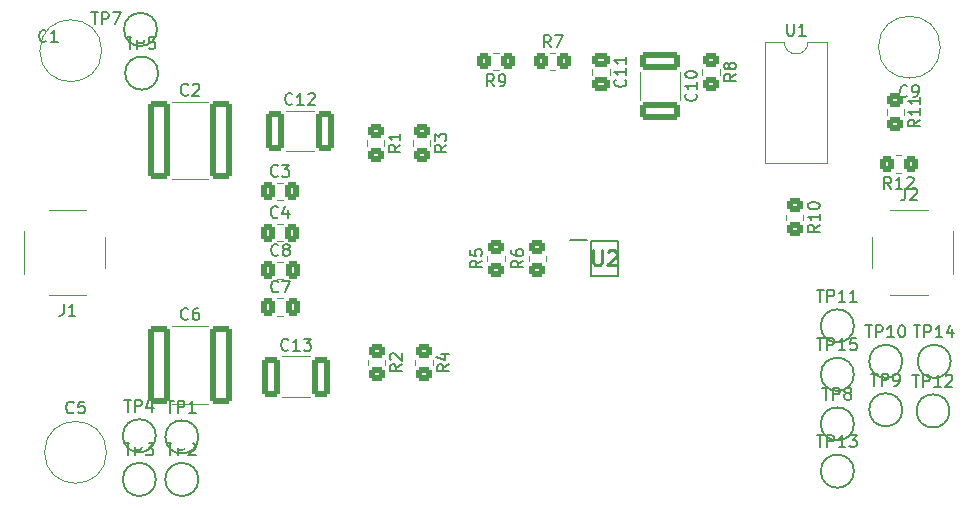
<source format=gto>
%TF.GenerationSoftware,KiCad,Pcbnew,6.0.4-6f826c9f35~116~ubuntu20.04.1*%
%TF.CreationDate,2024-01-06T18:53:29+01:00*%
%TF.ProjectId,instrument_lowpass,696e7374-7275-46d6-956e-745f6c6f7770,rev?*%
%TF.SameCoordinates,Original*%
%TF.FileFunction,Legend,Top*%
%TF.FilePolarity,Positive*%
%FSLAX46Y46*%
G04 Gerber Fmt 4.6, Leading zero omitted, Abs format (unit mm)*
G04 Created by KiCad (PCBNEW 6.0.4-6f826c9f35~116~ubuntu20.04.1) date 2024-01-06 18:53:29*
%MOMM*%
%LPD*%
G01*
G04 APERTURE LIST*
G04 Aperture macros list*
%AMRoundRect*
0 Rectangle with rounded corners*
0 $1 Rounding radius*
0 $2 $3 $4 $5 $6 $7 $8 $9 X,Y pos of 4 corners*
0 Add a 4 corners polygon primitive as box body*
4,1,4,$2,$3,$4,$5,$6,$7,$8,$9,$2,$3,0*
0 Add four circle primitives for the rounded corners*
1,1,$1+$1,$2,$3*
1,1,$1+$1,$4,$5*
1,1,$1+$1,$6,$7*
1,1,$1+$1,$8,$9*
0 Add four rect primitives between the rounded corners*
20,1,$1+$1,$2,$3,$4,$5,0*
20,1,$1+$1,$4,$5,$6,$7,0*
20,1,$1+$1,$6,$7,$8,$9,0*
20,1,$1+$1,$8,$9,$2,$3,0*%
G04 Aperture macros list end*
%ADD10C,0.150000*%
%ADD11C,0.254000*%
%ADD12C,0.120000*%
%ADD13C,0.200000*%
%ADD14RoundRect,0.250000X-0.650000X-3.050000X0.650000X-3.050000X0.650000X3.050000X-0.650000X3.050000X0*%
%ADD15RoundRect,0.250000X0.450000X-0.350000X0.450000X0.350000X-0.450000X0.350000X-0.450000X-0.350000X0*%
%ADD16C,2.000000*%
%ADD17R,1.600000X1.600000*%
%ADD18O,1.600000X1.600000*%
%ADD19RoundRect,0.250000X-0.337500X-0.475000X0.337500X-0.475000X0.337500X0.475000X-0.337500X0.475000X0*%
%ADD20RoundRect,0.250000X-0.450000X0.350000X-0.450000X-0.350000X0.450000X-0.350000X0.450000X0.350000X0*%
%ADD21RoundRect,0.250000X-0.537500X-1.450000X0.537500X-1.450000X0.537500X1.450000X-0.537500X1.450000X0*%
%ADD22RoundRect,0.250000X-1.450000X0.537500X-1.450000X-0.537500X1.450000X-0.537500X1.450000X0.537500X0*%
%ADD23RoundRect,0.250000X0.350000X0.450000X-0.350000X0.450000X-0.350000X-0.450000X0.350000X-0.450000X0*%
%ADD24C,1.200000*%
%ADD25C,2.250000*%
%ADD26R,1.400000X0.450000*%
%ADD27RoundRect,0.250000X-0.475000X0.337500X-0.475000X-0.337500X0.475000X-0.337500X0.475000X0.337500X0*%
%ADD28RoundRect,0.250000X-0.350000X-0.450000X0.350000X-0.450000X0.350000X0.450000X-0.350000X0.450000X0*%
G04 APERTURE END LIST*
D10*
%TO.C,C6*%
X114533333Y-78107142D02*
X114485714Y-78154761D01*
X114342857Y-78202380D01*
X114247619Y-78202380D01*
X114104761Y-78154761D01*
X114009523Y-78059523D01*
X113961904Y-77964285D01*
X113914285Y-77773809D01*
X113914285Y-77630952D01*
X113961904Y-77440476D01*
X114009523Y-77345238D01*
X114104761Y-77250000D01*
X114247619Y-77202380D01*
X114342857Y-77202380D01*
X114485714Y-77250000D01*
X114533333Y-77297619D01*
X115390476Y-77202380D02*
X115200000Y-77202380D01*
X115104761Y-77250000D01*
X115057142Y-77297619D01*
X114961904Y-77440476D01*
X114914285Y-77630952D01*
X114914285Y-78011904D01*
X114961904Y-78107142D01*
X115009523Y-78154761D01*
X115104761Y-78202380D01*
X115295238Y-78202380D01*
X115390476Y-78154761D01*
X115438095Y-78107142D01*
X115485714Y-78011904D01*
X115485714Y-77773809D01*
X115438095Y-77678571D01*
X115390476Y-77630952D01*
X115295238Y-77583333D01*
X115104761Y-77583333D01*
X115009523Y-77630952D01*
X114961904Y-77678571D01*
X114914285Y-77773809D01*
%TO.C,R6*%
X142902380Y-73166666D02*
X142426190Y-73500000D01*
X142902380Y-73738095D02*
X141902380Y-73738095D01*
X141902380Y-73357142D01*
X141950000Y-73261904D01*
X141997619Y-73214285D01*
X142092857Y-73166666D01*
X142235714Y-73166666D01*
X142330952Y-73214285D01*
X142378571Y-73261904D01*
X142426190Y-73357142D01*
X142426190Y-73738095D01*
X141902380Y-72309523D02*
X141902380Y-72500000D01*
X141950000Y-72595238D01*
X141997619Y-72642857D01*
X142140476Y-72738095D01*
X142330952Y-72785714D01*
X142711904Y-72785714D01*
X142807142Y-72738095D01*
X142854761Y-72690476D01*
X142902380Y-72595238D01*
X142902380Y-72404761D01*
X142854761Y-72309523D01*
X142807142Y-72261904D01*
X142711904Y-72214285D01*
X142473809Y-72214285D01*
X142378571Y-72261904D01*
X142330952Y-72309523D01*
X142283333Y-72404761D01*
X142283333Y-72595238D01*
X142330952Y-72690476D01*
X142378571Y-72738095D01*
X142473809Y-72785714D01*
%TO.C,TP2*%
X112738095Y-88652380D02*
X113309523Y-88652380D01*
X113023809Y-89652380D02*
X113023809Y-88652380D01*
X113642857Y-89652380D02*
X113642857Y-88652380D01*
X114023809Y-88652380D01*
X114119047Y-88700000D01*
X114166666Y-88747619D01*
X114214285Y-88842857D01*
X114214285Y-88985714D01*
X114166666Y-89080952D01*
X114119047Y-89128571D01*
X114023809Y-89176190D01*
X113642857Y-89176190D01*
X114595238Y-88747619D02*
X114642857Y-88700000D01*
X114738095Y-88652380D01*
X114976190Y-88652380D01*
X115071428Y-88700000D01*
X115119047Y-88747619D01*
X115166666Y-88842857D01*
X115166666Y-88938095D01*
X115119047Y-89080952D01*
X114547619Y-89652380D01*
X115166666Y-89652380D01*
%TO.C,C2*%
X114533333Y-59107142D02*
X114485714Y-59154761D01*
X114342857Y-59202380D01*
X114247619Y-59202380D01*
X114104761Y-59154761D01*
X114009523Y-59059523D01*
X113961904Y-58964285D01*
X113914285Y-58773809D01*
X113914285Y-58630952D01*
X113961904Y-58440476D01*
X114009523Y-58345238D01*
X114104761Y-58250000D01*
X114247619Y-58202380D01*
X114342857Y-58202380D01*
X114485714Y-58250000D01*
X114533333Y-58297619D01*
X114914285Y-58297619D02*
X114961904Y-58250000D01*
X115057142Y-58202380D01*
X115295238Y-58202380D01*
X115390476Y-58250000D01*
X115438095Y-58297619D01*
X115485714Y-58392857D01*
X115485714Y-58488095D01*
X115438095Y-58630952D01*
X114866666Y-59202380D01*
X115485714Y-59202380D01*
%TO.C,TP1*%
X112738095Y-85052380D02*
X113309523Y-85052380D01*
X113023809Y-86052380D02*
X113023809Y-85052380D01*
X113642857Y-86052380D02*
X113642857Y-85052380D01*
X114023809Y-85052380D01*
X114119047Y-85100000D01*
X114166666Y-85147619D01*
X114214285Y-85242857D01*
X114214285Y-85385714D01*
X114166666Y-85480952D01*
X114119047Y-85528571D01*
X114023809Y-85576190D01*
X113642857Y-85576190D01*
X115166666Y-86052380D02*
X114595238Y-86052380D01*
X114880952Y-86052380D02*
X114880952Y-85052380D01*
X114785714Y-85195238D01*
X114690476Y-85290476D01*
X114595238Y-85338095D01*
%TO.C,U1*%
X165248095Y-53122380D02*
X165248095Y-53931904D01*
X165295714Y-54027142D01*
X165343333Y-54074761D01*
X165438571Y-54122380D01*
X165629047Y-54122380D01*
X165724285Y-54074761D01*
X165771904Y-54027142D01*
X165819523Y-53931904D01*
X165819523Y-53122380D01*
X166819523Y-54122380D02*
X166248095Y-54122380D01*
X166533809Y-54122380D02*
X166533809Y-53122380D01*
X166438571Y-53265238D01*
X166343333Y-53360476D01*
X166248095Y-53408095D01*
%TO.C,TP5*%
X109338095Y-54252380D02*
X109909523Y-54252380D01*
X109623809Y-55252380D02*
X109623809Y-54252380D01*
X110242857Y-55252380D02*
X110242857Y-54252380D01*
X110623809Y-54252380D01*
X110719047Y-54300000D01*
X110766666Y-54347619D01*
X110814285Y-54442857D01*
X110814285Y-54585714D01*
X110766666Y-54680952D01*
X110719047Y-54728571D01*
X110623809Y-54776190D01*
X110242857Y-54776190D01*
X111719047Y-54252380D02*
X111242857Y-54252380D01*
X111195238Y-54728571D01*
X111242857Y-54680952D01*
X111338095Y-54633333D01*
X111576190Y-54633333D01*
X111671428Y-54680952D01*
X111719047Y-54728571D01*
X111766666Y-54823809D01*
X111766666Y-55061904D01*
X111719047Y-55157142D01*
X111671428Y-55204761D01*
X111576190Y-55252380D01*
X111338095Y-55252380D01*
X111242857Y-55204761D01*
X111195238Y-55157142D01*
%TO.C,C3*%
X122133333Y-65977142D02*
X122085714Y-66024761D01*
X121942857Y-66072380D01*
X121847619Y-66072380D01*
X121704761Y-66024761D01*
X121609523Y-65929523D01*
X121561904Y-65834285D01*
X121514285Y-65643809D01*
X121514285Y-65500952D01*
X121561904Y-65310476D01*
X121609523Y-65215238D01*
X121704761Y-65120000D01*
X121847619Y-65072380D01*
X121942857Y-65072380D01*
X122085714Y-65120000D01*
X122133333Y-65167619D01*
X122466666Y-65072380D02*
X123085714Y-65072380D01*
X122752380Y-65453333D01*
X122895238Y-65453333D01*
X122990476Y-65500952D01*
X123038095Y-65548571D01*
X123085714Y-65643809D01*
X123085714Y-65881904D01*
X123038095Y-65977142D01*
X122990476Y-66024761D01*
X122895238Y-66072380D01*
X122609523Y-66072380D01*
X122514285Y-66024761D01*
X122466666Y-65977142D01*
%TO.C,R1*%
X132502380Y-63366666D02*
X132026190Y-63700000D01*
X132502380Y-63938095D02*
X131502380Y-63938095D01*
X131502380Y-63557142D01*
X131550000Y-63461904D01*
X131597619Y-63414285D01*
X131692857Y-63366666D01*
X131835714Y-63366666D01*
X131930952Y-63414285D01*
X131978571Y-63461904D01*
X132026190Y-63557142D01*
X132026190Y-63938095D01*
X132502380Y-62414285D02*
X132502380Y-62985714D01*
X132502380Y-62700000D02*
X131502380Y-62700000D01*
X131645238Y-62795238D01*
X131740476Y-62890476D01*
X131788095Y-62985714D01*
%TO.C,C12*%
X123357142Y-59907142D02*
X123309523Y-59954761D01*
X123166666Y-60002380D01*
X123071428Y-60002380D01*
X122928571Y-59954761D01*
X122833333Y-59859523D01*
X122785714Y-59764285D01*
X122738095Y-59573809D01*
X122738095Y-59430952D01*
X122785714Y-59240476D01*
X122833333Y-59145238D01*
X122928571Y-59050000D01*
X123071428Y-59002380D01*
X123166666Y-59002380D01*
X123309523Y-59050000D01*
X123357142Y-59097619D01*
X124309523Y-60002380D02*
X123738095Y-60002380D01*
X124023809Y-60002380D02*
X124023809Y-59002380D01*
X123928571Y-59145238D01*
X123833333Y-59240476D01*
X123738095Y-59288095D01*
X124690476Y-59097619D02*
X124738095Y-59050000D01*
X124833333Y-59002380D01*
X125071428Y-59002380D01*
X125166666Y-59050000D01*
X125214285Y-59097619D01*
X125261904Y-59192857D01*
X125261904Y-59288095D01*
X125214285Y-59430952D01*
X124642857Y-60002380D01*
X125261904Y-60002380D01*
%TO.C,C10*%
X157507142Y-59042857D02*
X157554761Y-59090476D01*
X157602380Y-59233333D01*
X157602380Y-59328571D01*
X157554761Y-59471428D01*
X157459523Y-59566666D01*
X157364285Y-59614285D01*
X157173809Y-59661904D01*
X157030952Y-59661904D01*
X156840476Y-59614285D01*
X156745238Y-59566666D01*
X156650000Y-59471428D01*
X156602380Y-59328571D01*
X156602380Y-59233333D01*
X156650000Y-59090476D01*
X156697619Y-59042857D01*
X157602380Y-58090476D02*
X157602380Y-58661904D01*
X157602380Y-58376190D02*
X156602380Y-58376190D01*
X156745238Y-58471428D01*
X156840476Y-58566666D01*
X156888095Y-58661904D01*
X156602380Y-57471428D02*
X156602380Y-57376190D01*
X156650000Y-57280952D01*
X156697619Y-57233333D01*
X156792857Y-57185714D01*
X156983333Y-57138095D01*
X157221428Y-57138095D01*
X157411904Y-57185714D01*
X157507142Y-57233333D01*
X157554761Y-57280952D01*
X157602380Y-57376190D01*
X157602380Y-57471428D01*
X157554761Y-57566666D01*
X157507142Y-57614285D01*
X157411904Y-57661904D01*
X157221428Y-57709523D01*
X156983333Y-57709523D01*
X156792857Y-57661904D01*
X156697619Y-57614285D01*
X156650000Y-57566666D01*
X156602380Y-57471428D01*
%TO.C,TP14*%
X175961904Y-78652380D02*
X176533333Y-78652380D01*
X176247619Y-79652380D02*
X176247619Y-78652380D01*
X176866666Y-79652380D02*
X176866666Y-78652380D01*
X177247619Y-78652380D01*
X177342857Y-78700000D01*
X177390476Y-78747619D01*
X177438095Y-78842857D01*
X177438095Y-78985714D01*
X177390476Y-79080952D01*
X177342857Y-79128571D01*
X177247619Y-79176190D01*
X176866666Y-79176190D01*
X178390476Y-79652380D02*
X177819047Y-79652380D01*
X178104761Y-79652380D02*
X178104761Y-78652380D01*
X178009523Y-78795238D01*
X177914285Y-78890476D01*
X177819047Y-78938095D01*
X179247619Y-78985714D02*
X179247619Y-79652380D01*
X179009523Y-78604761D02*
X178771428Y-79319047D01*
X179390476Y-79319047D01*
%TO.C,R4*%
X136602380Y-81966666D02*
X136126190Y-82300000D01*
X136602380Y-82538095D02*
X135602380Y-82538095D01*
X135602380Y-82157142D01*
X135650000Y-82061904D01*
X135697619Y-82014285D01*
X135792857Y-81966666D01*
X135935714Y-81966666D01*
X136030952Y-82014285D01*
X136078571Y-82061904D01*
X136126190Y-82157142D01*
X136126190Y-82538095D01*
X135935714Y-81109523D02*
X136602380Y-81109523D01*
X135554761Y-81347619D02*
X136269047Y-81585714D01*
X136269047Y-80966666D01*
%TO.C,R8*%
X160902380Y-57366666D02*
X160426190Y-57700000D01*
X160902380Y-57938095D02*
X159902380Y-57938095D01*
X159902380Y-57557142D01*
X159950000Y-57461904D01*
X159997619Y-57414285D01*
X160092857Y-57366666D01*
X160235714Y-57366666D01*
X160330952Y-57414285D01*
X160378571Y-57461904D01*
X160426190Y-57557142D01*
X160426190Y-57938095D01*
X160330952Y-56795238D02*
X160283333Y-56890476D01*
X160235714Y-56938095D01*
X160140476Y-56985714D01*
X160092857Y-56985714D01*
X159997619Y-56938095D01*
X159950000Y-56890476D01*
X159902380Y-56795238D01*
X159902380Y-56604761D01*
X159950000Y-56509523D01*
X159997619Y-56461904D01*
X160092857Y-56414285D01*
X160140476Y-56414285D01*
X160235714Y-56461904D01*
X160283333Y-56509523D01*
X160330952Y-56604761D01*
X160330952Y-56795238D01*
X160378571Y-56890476D01*
X160426190Y-56938095D01*
X160521428Y-56985714D01*
X160711904Y-56985714D01*
X160807142Y-56938095D01*
X160854761Y-56890476D01*
X160902380Y-56795238D01*
X160902380Y-56604761D01*
X160854761Y-56509523D01*
X160807142Y-56461904D01*
X160711904Y-56414285D01*
X160521428Y-56414285D01*
X160426190Y-56461904D01*
X160378571Y-56509523D01*
X160330952Y-56604761D01*
%TO.C,R9*%
X140433333Y-58402380D02*
X140100000Y-57926190D01*
X139861904Y-58402380D02*
X139861904Y-57402380D01*
X140242857Y-57402380D01*
X140338095Y-57450000D01*
X140385714Y-57497619D01*
X140433333Y-57592857D01*
X140433333Y-57735714D01*
X140385714Y-57830952D01*
X140338095Y-57878571D01*
X140242857Y-57926190D01*
X139861904Y-57926190D01*
X140909523Y-58402380D02*
X141100000Y-58402380D01*
X141195238Y-58354761D01*
X141242857Y-58307142D01*
X141338095Y-58164285D01*
X141385714Y-57973809D01*
X141385714Y-57592857D01*
X141338095Y-57497619D01*
X141290476Y-57450000D01*
X141195238Y-57402380D01*
X141004761Y-57402380D01*
X140909523Y-57450000D01*
X140861904Y-57497619D01*
X140814285Y-57592857D01*
X140814285Y-57830952D01*
X140861904Y-57926190D01*
X140909523Y-57973809D01*
X141004761Y-58021428D01*
X141195238Y-58021428D01*
X141290476Y-57973809D01*
X141338095Y-57926190D01*
X141385714Y-57830952D01*
%TO.C,TP3*%
X109138095Y-88652380D02*
X109709523Y-88652380D01*
X109423809Y-89652380D02*
X109423809Y-88652380D01*
X110042857Y-89652380D02*
X110042857Y-88652380D01*
X110423809Y-88652380D01*
X110519047Y-88700000D01*
X110566666Y-88747619D01*
X110614285Y-88842857D01*
X110614285Y-88985714D01*
X110566666Y-89080952D01*
X110519047Y-89128571D01*
X110423809Y-89176190D01*
X110042857Y-89176190D01*
X110947619Y-88652380D02*
X111566666Y-88652380D01*
X111233333Y-89033333D01*
X111376190Y-89033333D01*
X111471428Y-89080952D01*
X111519047Y-89128571D01*
X111566666Y-89223809D01*
X111566666Y-89461904D01*
X111519047Y-89557142D01*
X111471428Y-89604761D01*
X111376190Y-89652380D01*
X111090476Y-89652380D01*
X110995238Y-89604761D01*
X110947619Y-89557142D01*
%TO.C,C1*%
X102533333Y-54557142D02*
X102485714Y-54604761D01*
X102342857Y-54652380D01*
X102247619Y-54652380D01*
X102104761Y-54604761D01*
X102009523Y-54509523D01*
X101961904Y-54414285D01*
X101914285Y-54223809D01*
X101914285Y-54080952D01*
X101961904Y-53890476D01*
X102009523Y-53795238D01*
X102104761Y-53700000D01*
X102247619Y-53652380D01*
X102342857Y-53652380D01*
X102485714Y-53700000D01*
X102533333Y-53747619D01*
X103485714Y-54652380D02*
X102914285Y-54652380D01*
X103200000Y-54652380D02*
X103200000Y-53652380D01*
X103104761Y-53795238D01*
X103009523Y-53890476D01*
X102914285Y-53938095D01*
%TO.C,TP9*%
X172338095Y-82752380D02*
X172909523Y-82752380D01*
X172623809Y-83752380D02*
X172623809Y-82752380D01*
X173242857Y-83752380D02*
X173242857Y-82752380D01*
X173623809Y-82752380D01*
X173719047Y-82800000D01*
X173766666Y-82847619D01*
X173814285Y-82942857D01*
X173814285Y-83085714D01*
X173766666Y-83180952D01*
X173719047Y-83228571D01*
X173623809Y-83276190D01*
X173242857Y-83276190D01*
X174290476Y-83752380D02*
X174480952Y-83752380D01*
X174576190Y-83704761D01*
X174623809Y-83657142D01*
X174719047Y-83514285D01*
X174766666Y-83323809D01*
X174766666Y-82942857D01*
X174719047Y-82847619D01*
X174671428Y-82800000D01*
X174576190Y-82752380D01*
X174385714Y-82752380D01*
X174290476Y-82800000D01*
X174242857Y-82847619D01*
X174195238Y-82942857D01*
X174195238Y-83180952D01*
X174242857Y-83276190D01*
X174290476Y-83323809D01*
X174385714Y-83371428D01*
X174576190Y-83371428D01*
X174671428Y-83323809D01*
X174719047Y-83276190D01*
X174766666Y-83180952D01*
%TO.C,C9*%
X175433333Y-59207142D02*
X175385714Y-59254761D01*
X175242857Y-59302380D01*
X175147619Y-59302380D01*
X175004761Y-59254761D01*
X174909523Y-59159523D01*
X174861904Y-59064285D01*
X174814285Y-58873809D01*
X174814285Y-58730952D01*
X174861904Y-58540476D01*
X174909523Y-58445238D01*
X175004761Y-58350000D01*
X175147619Y-58302380D01*
X175242857Y-58302380D01*
X175385714Y-58350000D01*
X175433333Y-58397619D01*
X175909523Y-59302380D02*
X176100000Y-59302380D01*
X176195238Y-59254761D01*
X176242857Y-59207142D01*
X176338095Y-59064285D01*
X176385714Y-58873809D01*
X176385714Y-58492857D01*
X176338095Y-58397619D01*
X176290476Y-58350000D01*
X176195238Y-58302380D01*
X176004761Y-58302380D01*
X175909523Y-58350000D01*
X175861904Y-58397619D01*
X175814285Y-58492857D01*
X175814285Y-58730952D01*
X175861904Y-58826190D01*
X175909523Y-58873809D01*
X176004761Y-58921428D01*
X176195238Y-58921428D01*
X176290476Y-58873809D01*
X176338095Y-58826190D01*
X176385714Y-58730952D01*
%TO.C,C5*%
X104833333Y-86007142D02*
X104785714Y-86054761D01*
X104642857Y-86102380D01*
X104547619Y-86102380D01*
X104404761Y-86054761D01*
X104309523Y-85959523D01*
X104261904Y-85864285D01*
X104214285Y-85673809D01*
X104214285Y-85530952D01*
X104261904Y-85340476D01*
X104309523Y-85245238D01*
X104404761Y-85150000D01*
X104547619Y-85102380D01*
X104642857Y-85102380D01*
X104785714Y-85150000D01*
X104833333Y-85197619D01*
X105738095Y-85102380D02*
X105261904Y-85102380D01*
X105214285Y-85578571D01*
X105261904Y-85530952D01*
X105357142Y-85483333D01*
X105595238Y-85483333D01*
X105690476Y-85530952D01*
X105738095Y-85578571D01*
X105785714Y-85673809D01*
X105785714Y-85911904D01*
X105738095Y-86007142D01*
X105690476Y-86054761D01*
X105595238Y-86102380D01*
X105357142Y-86102380D01*
X105261904Y-86054761D01*
X105214285Y-86007142D01*
%TO.C,J1*%
X103986666Y-76852380D02*
X103986666Y-77566666D01*
X103939047Y-77709523D01*
X103843809Y-77804761D01*
X103700952Y-77852380D01*
X103605714Y-77852380D01*
X104986666Y-77852380D02*
X104415238Y-77852380D01*
X104700952Y-77852380D02*
X104700952Y-76852380D01*
X104605714Y-76995238D01*
X104510476Y-77090476D01*
X104415238Y-77138095D01*
%TO.C,R11*%
X176502380Y-61242857D02*
X176026190Y-61576190D01*
X176502380Y-61814285D02*
X175502380Y-61814285D01*
X175502380Y-61433333D01*
X175550000Y-61338095D01*
X175597619Y-61290476D01*
X175692857Y-61242857D01*
X175835714Y-61242857D01*
X175930952Y-61290476D01*
X175978571Y-61338095D01*
X176026190Y-61433333D01*
X176026190Y-61814285D01*
X176502380Y-60290476D02*
X176502380Y-60861904D01*
X176502380Y-60576190D02*
X175502380Y-60576190D01*
X175645238Y-60671428D01*
X175740476Y-60766666D01*
X175788095Y-60861904D01*
X176502380Y-59338095D02*
X176502380Y-59909523D01*
X176502380Y-59623809D02*
X175502380Y-59623809D01*
X175645238Y-59719047D01*
X175740476Y-59814285D01*
X175788095Y-59909523D01*
%TO.C,C13*%
X123019642Y-80707142D02*
X122972023Y-80754761D01*
X122829166Y-80802380D01*
X122733928Y-80802380D01*
X122591071Y-80754761D01*
X122495833Y-80659523D01*
X122448214Y-80564285D01*
X122400595Y-80373809D01*
X122400595Y-80230952D01*
X122448214Y-80040476D01*
X122495833Y-79945238D01*
X122591071Y-79850000D01*
X122733928Y-79802380D01*
X122829166Y-79802380D01*
X122972023Y-79850000D01*
X123019642Y-79897619D01*
X123972023Y-80802380D02*
X123400595Y-80802380D01*
X123686309Y-80802380D02*
X123686309Y-79802380D01*
X123591071Y-79945238D01*
X123495833Y-80040476D01*
X123400595Y-80088095D01*
X124305357Y-79802380D02*
X124924404Y-79802380D01*
X124591071Y-80183333D01*
X124733928Y-80183333D01*
X124829166Y-80230952D01*
X124876785Y-80278571D01*
X124924404Y-80373809D01*
X124924404Y-80611904D01*
X124876785Y-80707142D01*
X124829166Y-80754761D01*
X124733928Y-80802380D01*
X124448214Y-80802380D01*
X124352976Y-80754761D01*
X124305357Y-80707142D01*
%TO.C,TP8*%
X168238095Y-83952380D02*
X168809523Y-83952380D01*
X168523809Y-84952380D02*
X168523809Y-83952380D01*
X169142857Y-84952380D02*
X169142857Y-83952380D01*
X169523809Y-83952380D01*
X169619047Y-84000000D01*
X169666666Y-84047619D01*
X169714285Y-84142857D01*
X169714285Y-84285714D01*
X169666666Y-84380952D01*
X169619047Y-84428571D01*
X169523809Y-84476190D01*
X169142857Y-84476190D01*
X170285714Y-84380952D02*
X170190476Y-84333333D01*
X170142857Y-84285714D01*
X170095238Y-84190476D01*
X170095238Y-84142857D01*
X170142857Y-84047619D01*
X170190476Y-84000000D01*
X170285714Y-83952380D01*
X170476190Y-83952380D01*
X170571428Y-84000000D01*
X170619047Y-84047619D01*
X170666666Y-84142857D01*
X170666666Y-84190476D01*
X170619047Y-84285714D01*
X170571428Y-84333333D01*
X170476190Y-84380952D01*
X170285714Y-84380952D01*
X170190476Y-84428571D01*
X170142857Y-84476190D01*
X170095238Y-84571428D01*
X170095238Y-84761904D01*
X170142857Y-84857142D01*
X170190476Y-84904761D01*
X170285714Y-84952380D01*
X170476190Y-84952380D01*
X170571428Y-84904761D01*
X170619047Y-84857142D01*
X170666666Y-84761904D01*
X170666666Y-84571428D01*
X170619047Y-84476190D01*
X170571428Y-84428571D01*
X170476190Y-84380952D01*
%TO.C,J2*%
X175266666Y-67052380D02*
X175266666Y-67766666D01*
X175219047Y-67909523D01*
X175123809Y-68004761D01*
X174980952Y-68052380D01*
X174885714Y-68052380D01*
X175695238Y-67147619D02*
X175742857Y-67100000D01*
X175838095Y-67052380D01*
X176076190Y-67052380D01*
X176171428Y-67100000D01*
X176219047Y-67147619D01*
X176266666Y-67242857D01*
X176266666Y-67338095D01*
X176219047Y-67480952D01*
X175647619Y-68052380D01*
X176266666Y-68052380D01*
D11*
%TO.C,U2*%
X148832380Y-72304523D02*
X148832380Y-73332619D01*
X148892857Y-73453571D01*
X148953333Y-73514047D01*
X149074285Y-73574523D01*
X149316190Y-73574523D01*
X149437142Y-73514047D01*
X149497619Y-73453571D01*
X149558095Y-73332619D01*
X149558095Y-72304523D01*
X150102380Y-72425476D02*
X150162857Y-72365000D01*
X150283809Y-72304523D01*
X150586190Y-72304523D01*
X150707142Y-72365000D01*
X150767619Y-72425476D01*
X150828095Y-72546428D01*
X150828095Y-72667380D01*
X150767619Y-72848809D01*
X150041904Y-73574523D01*
X150828095Y-73574523D01*
D10*
%TO.C,TP12*%
X175861904Y-82852380D02*
X176433333Y-82852380D01*
X176147619Y-83852380D02*
X176147619Y-82852380D01*
X176766666Y-83852380D02*
X176766666Y-82852380D01*
X177147619Y-82852380D01*
X177242857Y-82900000D01*
X177290476Y-82947619D01*
X177338095Y-83042857D01*
X177338095Y-83185714D01*
X177290476Y-83280952D01*
X177242857Y-83328571D01*
X177147619Y-83376190D01*
X176766666Y-83376190D01*
X178290476Y-83852380D02*
X177719047Y-83852380D01*
X178004761Y-83852380D02*
X178004761Y-82852380D01*
X177909523Y-82995238D01*
X177814285Y-83090476D01*
X177719047Y-83138095D01*
X178671428Y-82947619D02*
X178719047Y-82900000D01*
X178814285Y-82852380D01*
X179052380Y-82852380D01*
X179147619Y-82900000D01*
X179195238Y-82947619D01*
X179242857Y-83042857D01*
X179242857Y-83138095D01*
X179195238Y-83280952D01*
X178623809Y-83852380D01*
X179242857Y-83852380D01*
%TO.C,TP10*%
X171861904Y-78652380D02*
X172433333Y-78652380D01*
X172147619Y-79652380D02*
X172147619Y-78652380D01*
X172766666Y-79652380D02*
X172766666Y-78652380D01*
X173147619Y-78652380D01*
X173242857Y-78700000D01*
X173290476Y-78747619D01*
X173338095Y-78842857D01*
X173338095Y-78985714D01*
X173290476Y-79080952D01*
X173242857Y-79128571D01*
X173147619Y-79176190D01*
X172766666Y-79176190D01*
X174290476Y-79652380D02*
X173719047Y-79652380D01*
X174004761Y-79652380D02*
X174004761Y-78652380D01*
X173909523Y-78795238D01*
X173814285Y-78890476D01*
X173719047Y-78938095D01*
X174909523Y-78652380D02*
X175004761Y-78652380D01*
X175100000Y-78700000D01*
X175147619Y-78747619D01*
X175195238Y-78842857D01*
X175242857Y-79033333D01*
X175242857Y-79271428D01*
X175195238Y-79461904D01*
X175147619Y-79557142D01*
X175100000Y-79604761D01*
X175004761Y-79652380D01*
X174909523Y-79652380D01*
X174814285Y-79604761D01*
X174766666Y-79557142D01*
X174719047Y-79461904D01*
X174671428Y-79271428D01*
X174671428Y-79033333D01*
X174719047Y-78842857D01*
X174766666Y-78747619D01*
X174814285Y-78700000D01*
X174909523Y-78652380D01*
%TO.C,C11*%
X151537142Y-57842857D02*
X151584761Y-57890476D01*
X151632380Y-58033333D01*
X151632380Y-58128571D01*
X151584761Y-58271428D01*
X151489523Y-58366666D01*
X151394285Y-58414285D01*
X151203809Y-58461904D01*
X151060952Y-58461904D01*
X150870476Y-58414285D01*
X150775238Y-58366666D01*
X150680000Y-58271428D01*
X150632380Y-58128571D01*
X150632380Y-58033333D01*
X150680000Y-57890476D01*
X150727619Y-57842857D01*
X151632380Y-56890476D02*
X151632380Y-57461904D01*
X151632380Y-57176190D02*
X150632380Y-57176190D01*
X150775238Y-57271428D01*
X150870476Y-57366666D01*
X150918095Y-57461904D01*
X151632380Y-55938095D02*
X151632380Y-56509523D01*
X151632380Y-56223809D02*
X150632380Y-56223809D01*
X150775238Y-56319047D01*
X150870476Y-56414285D01*
X150918095Y-56509523D01*
%TO.C,R5*%
X139402380Y-73166666D02*
X138926190Y-73500000D01*
X139402380Y-73738095D02*
X138402380Y-73738095D01*
X138402380Y-73357142D01*
X138450000Y-73261904D01*
X138497619Y-73214285D01*
X138592857Y-73166666D01*
X138735714Y-73166666D01*
X138830952Y-73214285D01*
X138878571Y-73261904D01*
X138926190Y-73357142D01*
X138926190Y-73738095D01*
X138402380Y-72261904D02*
X138402380Y-72738095D01*
X138878571Y-72785714D01*
X138830952Y-72738095D01*
X138783333Y-72642857D01*
X138783333Y-72404761D01*
X138830952Y-72309523D01*
X138878571Y-72261904D01*
X138973809Y-72214285D01*
X139211904Y-72214285D01*
X139307142Y-72261904D01*
X139354761Y-72309523D01*
X139402380Y-72404761D01*
X139402380Y-72642857D01*
X139354761Y-72738095D01*
X139307142Y-72785714D01*
%TO.C,TP11*%
X167761904Y-75652380D02*
X168333333Y-75652380D01*
X168047619Y-76652380D02*
X168047619Y-75652380D01*
X168666666Y-76652380D02*
X168666666Y-75652380D01*
X169047619Y-75652380D01*
X169142857Y-75700000D01*
X169190476Y-75747619D01*
X169238095Y-75842857D01*
X169238095Y-75985714D01*
X169190476Y-76080952D01*
X169142857Y-76128571D01*
X169047619Y-76176190D01*
X168666666Y-76176190D01*
X170190476Y-76652380D02*
X169619047Y-76652380D01*
X169904761Y-76652380D02*
X169904761Y-75652380D01*
X169809523Y-75795238D01*
X169714285Y-75890476D01*
X169619047Y-75938095D01*
X171142857Y-76652380D02*
X170571428Y-76652380D01*
X170857142Y-76652380D02*
X170857142Y-75652380D01*
X170761904Y-75795238D01*
X170666666Y-75890476D01*
X170571428Y-75938095D01*
%TO.C,TP15*%
X167761904Y-79752380D02*
X168333333Y-79752380D01*
X168047619Y-80752380D02*
X168047619Y-79752380D01*
X168666666Y-80752380D02*
X168666666Y-79752380D01*
X169047619Y-79752380D01*
X169142857Y-79800000D01*
X169190476Y-79847619D01*
X169238095Y-79942857D01*
X169238095Y-80085714D01*
X169190476Y-80180952D01*
X169142857Y-80228571D01*
X169047619Y-80276190D01*
X168666666Y-80276190D01*
X170190476Y-80752380D02*
X169619047Y-80752380D01*
X169904761Y-80752380D02*
X169904761Y-79752380D01*
X169809523Y-79895238D01*
X169714285Y-79990476D01*
X169619047Y-80038095D01*
X171095238Y-79752380D02*
X170619047Y-79752380D01*
X170571428Y-80228571D01*
X170619047Y-80180952D01*
X170714285Y-80133333D01*
X170952380Y-80133333D01*
X171047619Y-80180952D01*
X171095238Y-80228571D01*
X171142857Y-80323809D01*
X171142857Y-80561904D01*
X171095238Y-80657142D01*
X171047619Y-80704761D01*
X170952380Y-80752380D01*
X170714285Y-80752380D01*
X170619047Y-80704761D01*
X170571428Y-80657142D01*
%TO.C,TP4*%
X109138095Y-84952380D02*
X109709523Y-84952380D01*
X109423809Y-85952380D02*
X109423809Y-84952380D01*
X110042857Y-85952380D02*
X110042857Y-84952380D01*
X110423809Y-84952380D01*
X110519047Y-85000000D01*
X110566666Y-85047619D01*
X110614285Y-85142857D01*
X110614285Y-85285714D01*
X110566666Y-85380952D01*
X110519047Y-85428571D01*
X110423809Y-85476190D01*
X110042857Y-85476190D01*
X111471428Y-85285714D02*
X111471428Y-85952380D01*
X111233333Y-84904761D02*
X110995238Y-85619047D01*
X111614285Y-85619047D01*
%TO.C,R7*%
X145233333Y-55102380D02*
X144900000Y-54626190D01*
X144661904Y-55102380D02*
X144661904Y-54102380D01*
X145042857Y-54102380D01*
X145138095Y-54150000D01*
X145185714Y-54197619D01*
X145233333Y-54292857D01*
X145233333Y-54435714D01*
X145185714Y-54530952D01*
X145138095Y-54578571D01*
X145042857Y-54626190D01*
X144661904Y-54626190D01*
X145566666Y-54102380D02*
X146233333Y-54102380D01*
X145804761Y-55102380D01*
%TO.C,R3*%
X136402380Y-63366666D02*
X135926190Y-63700000D01*
X136402380Y-63938095D02*
X135402380Y-63938095D01*
X135402380Y-63557142D01*
X135450000Y-63461904D01*
X135497619Y-63414285D01*
X135592857Y-63366666D01*
X135735714Y-63366666D01*
X135830952Y-63414285D01*
X135878571Y-63461904D01*
X135926190Y-63557142D01*
X135926190Y-63938095D01*
X135402380Y-63033333D02*
X135402380Y-62414285D01*
X135783333Y-62747619D01*
X135783333Y-62604761D01*
X135830952Y-62509523D01*
X135878571Y-62461904D01*
X135973809Y-62414285D01*
X136211904Y-62414285D01*
X136307142Y-62461904D01*
X136354761Y-62509523D01*
X136402380Y-62604761D01*
X136402380Y-62890476D01*
X136354761Y-62985714D01*
X136307142Y-63033333D01*
%TO.C,R2*%
X132602380Y-81966666D02*
X132126190Y-82300000D01*
X132602380Y-82538095D02*
X131602380Y-82538095D01*
X131602380Y-82157142D01*
X131650000Y-82061904D01*
X131697619Y-82014285D01*
X131792857Y-81966666D01*
X131935714Y-81966666D01*
X132030952Y-82014285D01*
X132078571Y-82061904D01*
X132126190Y-82157142D01*
X132126190Y-82538095D01*
X131697619Y-81585714D02*
X131650000Y-81538095D01*
X131602380Y-81442857D01*
X131602380Y-81204761D01*
X131650000Y-81109523D01*
X131697619Y-81061904D01*
X131792857Y-81014285D01*
X131888095Y-81014285D01*
X132030952Y-81061904D01*
X132602380Y-81633333D01*
X132602380Y-81014285D01*
%TO.C,C4*%
X122133333Y-69477142D02*
X122085714Y-69524761D01*
X121942857Y-69572380D01*
X121847619Y-69572380D01*
X121704761Y-69524761D01*
X121609523Y-69429523D01*
X121561904Y-69334285D01*
X121514285Y-69143809D01*
X121514285Y-69000952D01*
X121561904Y-68810476D01*
X121609523Y-68715238D01*
X121704761Y-68620000D01*
X121847619Y-68572380D01*
X121942857Y-68572380D01*
X122085714Y-68620000D01*
X122133333Y-68667619D01*
X122990476Y-68905714D02*
X122990476Y-69572380D01*
X122752380Y-68524761D02*
X122514285Y-69239047D01*
X123133333Y-69239047D01*
%TO.C,R12*%
X174057142Y-67102380D02*
X173723809Y-66626190D01*
X173485714Y-67102380D02*
X173485714Y-66102380D01*
X173866666Y-66102380D01*
X173961904Y-66150000D01*
X174009523Y-66197619D01*
X174057142Y-66292857D01*
X174057142Y-66435714D01*
X174009523Y-66530952D01*
X173961904Y-66578571D01*
X173866666Y-66626190D01*
X173485714Y-66626190D01*
X175009523Y-67102380D02*
X174438095Y-67102380D01*
X174723809Y-67102380D02*
X174723809Y-66102380D01*
X174628571Y-66245238D01*
X174533333Y-66340476D01*
X174438095Y-66388095D01*
X175390476Y-66197619D02*
X175438095Y-66150000D01*
X175533333Y-66102380D01*
X175771428Y-66102380D01*
X175866666Y-66150000D01*
X175914285Y-66197619D01*
X175961904Y-66292857D01*
X175961904Y-66388095D01*
X175914285Y-66530952D01*
X175342857Y-67102380D01*
X175961904Y-67102380D01*
%TO.C,R10*%
X168002380Y-70142857D02*
X167526190Y-70476190D01*
X168002380Y-70714285D02*
X167002380Y-70714285D01*
X167002380Y-70333333D01*
X167050000Y-70238095D01*
X167097619Y-70190476D01*
X167192857Y-70142857D01*
X167335714Y-70142857D01*
X167430952Y-70190476D01*
X167478571Y-70238095D01*
X167526190Y-70333333D01*
X167526190Y-70714285D01*
X168002380Y-69190476D02*
X168002380Y-69761904D01*
X168002380Y-69476190D02*
X167002380Y-69476190D01*
X167145238Y-69571428D01*
X167240476Y-69666666D01*
X167288095Y-69761904D01*
X167002380Y-68571428D02*
X167002380Y-68476190D01*
X167050000Y-68380952D01*
X167097619Y-68333333D01*
X167192857Y-68285714D01*
X167383333Y-68238095D01*
X167621428Y-68238095D01*
X167811904Y-68285714D01*
X167907142Y-68333333D01*
X167954761Y-68380952D01*
X168002380Y-68476190D01*
X168002380Y-68571428D01*
X167954761Y-68666666D01*
X167907142Y-68714285D01*
X167811904Y-68761904D01*
X167621428Y-68809523D01*
X167383333Y-68809523D01*
X167192857Y-68761904D01*
X167097619Y-68714285D01*
X167050000Y-68666666D01*
X167002380Y-68571428D01*
%TO.C,C8*%
X122170833Y-72677142D02*
X122123214Y-72724761D01*
X121980357Y-72772380D01*
X121885119Y-72772380D01*
X121742261Y-72724761D01*
X121647023Y-72629523D01*
X121599404Y-72534285D01*
X121551785Y-72343809D01*
X121551785Y-72200952D01*
X121599404Y-72010476D01*
X121647023Y-71915238D01*
X121742261Y-71820000D01*
X121885119Y-71772380D01*
X121980357Y-71772380D01*
X122123214Y-71820000D01*
X122170833Y-71867619D01*
X122742261Y-72200952D02*
X122647023Y-72153333D01*
X122599404Y-72105714D01*
X122551785Y-72010476D01*
X122551785Y-71962857D01*
X122599404Y-71867619D01*
X122647023Y-71820000D01*
X122742261Y-71772380D01*
X122932738Y-71772380D01*
X123027976Y-71820000D01*
X123075595Y-71867619D01*
X123123214Y-71962857D01*
X123123214Y-72010476D01*
X123075595Y-72105714D01*
X123027976Y-72153333D01*
X122932738Y-72200952D01*
X122742261Y-72200952D01*
X122647023Y-72248571D01*
X122599404Y-72296190D01*
X122551785Y-72391428D01*
X122551785Y-72581904D01*
X122599404Y-72677142D01*
X122647023Y-72724761D01*
X122742261Y-72772380D01*
X122932738Y-72772380D01*
X123027976Y-72724761D01*
X123075595Y-72677142D01*
X123123214Y-72581904D01*
X123123214Y-72391428D01*
X123075595Y-72296190D01*
X123027976Y-72248571D01*
X122932738Y-72200952D01*
%TO.C,TP13*%
X167761904Y-87952380D02*
X168333333Y-87952380D01*
X168047619Y-88952380D02*
X168047619Y-87952380D01*
X168666666Y-88952380D02*
X168666666Y-87952380D01*
X169047619Y-87952380D01*
X169142857Y-88000000D01*
X169190476Y-88047619D01*
X169238095Y-88142857D01*
X169238095Y-88285714D01*
X169190476Y-88380952D01*
X169142857Y-88428571D01*
X169047619Y-88476190D01*
X168666666Y-88476190D01*
X170190476Y-88952380D02*
X169619047Y-88952380D01*
X169904761Y-88952380D02*
X169904761Y-87952380D01*
X169809523Y-88095238D01*
X169714285Y-88190476D01*
X169619047Y-88238095D01*
X170523809Y-87952380D02*
X171142857Y-87952380D01*
X170809523Y-88333333D01*
X170952380Y-88333333D01*
X171047619Y-88380952D01*
X171095238Y-88428571D01*
X171142857Y-88523809D01*
X171142857Y-88761904D01*
X171095238Y-88857142D01*
X171047619Y-88904761D01*
X170952380Y-88952380D01*
X170666666Y-88952380D01*
X170571428Y-88904761D01*
X170523809Y-88857142D01*
%TO.C,C7*%
X122170833Y-75777142D02*
X122123214Y-75824761D01*
X121980357Y-75872380D01*
X121885119Y-75872380D01*
X121742261Y-75824761D01*
X121647023Y-75729523D01*
X121599404Y-75634285D01*
X121551785Y-75443809D01*
X121551785Y-75300952D01*
X121599404Y-75110476D01*
X121647023Y-75015238D01*
X121742261Y-74920000D01*
X121885119Y-74872380D01*
X121980357Y-74872380D01*
X122123214Y-74920000D01*
X122170833Y-74967619D01*
X122504166Y-74872380D02*
X123170833Y-74872380D01*
X122742261Y-75872380D01*
%TO.C,TP7*%
X106338095Y-52152380D02*
X106909523Y-52152380D01*
X106623809Y-53152380D02*
X106623809Y-52152380D01*
X107242857Y-53152380D02*
X107242857Y-52152380D01*
X107623809Y-52152380D01*
X107719047Y-52200000D01*
X107766666Y-52247619D01*
X107814285Y-52342857D01*
X107814285Y-52485714D01*
X107766666Y-52580952D01*
X107719047Y-52628571D01*
X107623809Y-52676190D01*
X107242857Y-52676190D01*
X108147619Y-52152380D02*
X108814285Y-52152380D01*
X108385714Y-53152380D01*
D12*
%TO.C,C6*%
X113177631Y-85285000D02*
X116222369Y-85285000D01*
X113177631Y-78715000D02*
X116222369Y-78715000D01*
%TO.C,R6*%
X143365000Y-73227064D02*
X143365000Y-72772936D01*
X144835000Y-73227064D02*
X144835000Y-72772936D01*
D10*
%TO.C,TP2*%
X115400000Y-91700000D02*
G75*
G03*
X115400000Y-91700000I-1400000J0D01*
G01*
D12*
%TO.C,C2*%
X113177631Y-59715000D02*
X116222369Y-59715000D01*
X113177631Y-66285000D02*
X116222369Y-66285000D01*
D10*
%TO.C,TP1*%
X115400000Y-88100000D02*
G75*
G03*
X115400000Y-88100000I-1400000J0D01*
G01*
D12*
%TO.C,U1*%
X163360000Y-64950000D02*
X168660000Y-64950000D01*
X165010000Y-54670000D02*
X163360000Y-54670000D01*
X163360000Y-54670000D02*
X163360000Y-64950000D01*
X168660000Y-54670000D02*
X167010000Y-54670000D01*
X168660000Y-64950000D02*
X168660000Y-54670000D01*
X165010000Y-54670000D02*
G75*
G03*
X167010000Y-54670000I1000000J0D01*
G01*
D10*
%TO.C,TP5*%
X112000000Y-57300000D02*
G75*
G03*
X112000000Y-57300000I-1400000J0D01*
G01*
D12*
%TO.C,C3*%
X122038748Y-66565000D02*
X122561252Y-66565000D01*
X122038748Y-68035000D02*
X122561252Y-68035000D01*
%TO.C,R1*%
X129665000Y-62972936D02*
X129665000Y-63427064D01*
X131135000Y-62972936D02*
X131135000Y-63427064D01*
%TO.C,C12*%
X122838748Y-63910000D02*
X125161252Y-63910000D01*
X122838748Y-60490000D02*
X125161252Y-60490000D01*
%TO.C,C10*%
X156210000Y-57238748D02*
X156210000Y-59561252D01*
X152790000Y-57238748D02*
X152790000Y-59561252D01*
D10*
%TO.C,TP14*%
X179100000Y-81700000D02*
G75*
G03*
X179100000Y-81700000I-1400000J0D01*
G01*
D12*
%TO.C,R4*%
X133765000Y-81572936D02*
X133765000Y-82027064D01*
X135235000Y-81572936D02*
X135235000Y-82027064D01*
%TO.C,R8*%
X159535000Y-56972936D02*
X159535000Y-57427064D01*
X158065000Y-56972936D02*
X158065000Y-57427064D01*
%TO.C,R9*%
X140827064Y-55565000D02*
X140372936Y-55565000D01*
X140827064Y-57035000D02*
X140372936Y-57035000D01*
D10*
%TO.C,TP3*%
X111800000Y-91700000D02*
G75*
G03*
X111800000Y-91700000I-1400000J0D01*
G01*
D12*
%TO.C,C1*%
X107220000Y-55400000D02*
G75*
G03*
X107220000Y-55400000I-2620000J0D01*
G01*
D10*
%TO.C,TP9*%
X175000000Y-85800000D02*
G75*
G03*
X175000000Y-85800000I-1400000J0D01*
G01*
D12*
%TO.C,C9*%
X178220000Y-55100000D02*
G75*
G03*
X178220000Y-55100000I-2620000J0D01*
G01*
%TO.C,C5*%
X107620000Y-89400000D02*
G75*
G03*
X107620000Y-89400000I-2620000J0D01*
G01*
%TO.C,J1*%
X107520000Y-73800000D02*
X107520000Y-71200000D01*
X102720000Y-68900000D02*
X105920000Y-68900000D01*
X102720000Y-76100000D02*
X105920000Y-76100000D01*
X100640000Y-74300000D02*
X100640000Y-70700000D01*
%TO.C,R11*%
X175135000Y-60372936D02*
X175135000Y-60827064D01*
X173665000Y-60372936D02*
X173665000Y-60827064D01*
%TO.C,C13*%
X122501248Y-84710000D02*
X124823752Y-84710000D01*
X122501248Y-81290000D02*
X124823752Y-81290000D01*
D10*
%TO.C,TP8*%
X170900000Y-87000000D02*
G75*
G03*
X170900000Y-87000000I-1400000J0D01*
G01*
D12*
%TO.C,J2*%
X177200000Y-76100000D02*
X174000000Y-76100000D01*
X179280000Y-70700000D02*
X179280000Y-74300000D01*
X177200000Y-68900000D02*
X174000000Y-68900000D01*
X172400000Y-71200000D02*
X172400000Y-73800000D01*
D13*
%TO.C,U2*%
X150950000Y-74500000D02*
X148650000Y-74500000D01*
X150950000Y-71500000D02*
X150950000Y-74500000D01*
X146900000Y-71450000D02*
X148300000Y-71450000D01*
X148650000Y-74500000D02*
X148650000Y-71500000D01*
X148650000Y-71500000D02*
X150950000Y-71500000D01*
D10*
%TO.C,TP12*%
X179000000Y-85900000D02*
G75*
G03*
X179000000Y-85900000I-1400000J0D01*
G01*
%TO.C,TP10*%
X175000000Y-81700000D02*
G75*
G03*
X175000000Y-81700000I-1400000J0D01*
G01*
D12*
%TO.C,C11*%
X148765000Y-56938748D02*
X148765000Y-57461252D01*
X150235000Y-56938748D02*
X150235000Y-57461252D01*
%TO.C,R5*%
X139865000Y-73227064D02*
X139865000Y-72772936D01*
X141335000Y-73227064D02*
X141335000Y-72772936D01*
D10*
%TO.C,TP11*%
X170900000Y-78700000D02*
G75*
G03*
X170900000Y-78700000I-1400000J0D01*
G01*
%TO.C,TP15*%
X170900000Y-82800000D02*
G75*
G03*
X170900000Y-82800000I-1400000J0D01*
G01*
%TO.C,TP4*%
X111800000Y-88000000D02*
G75*
G03*
X111800000Y-88000000I-1400000J0D01*
G01*
D12*
%TO.C,R7*%
X145172936Y-57035000D02*
X145627064Y-57035000D01*
X145172936Y-55565000D02*
X145627064Y-55565000D01*
%TO.C,R3*%
X135035000Y-62972936D02*
X135035000Y-63427064D01*
X133565000Y-62972936D02*
X133565000Y-63427064D01*
%TO.C,R2*%
X131235000Y-81572936D02*
X131235000Y-82027064D01*
X129765000Y-81572936D02*
X129765000Y-82027064D01*
%TO.C,C4*%
X122038748Y-71535000D02*
X122561252Y-71535000D01*
X122038748Y-70065000D02*
X122561252Y-70065000D01*
%TO.C,R12*%
X174927064Y-65735000D02*
X174472936Y-65735000D01*
X174927064Y-64265000D02*
X174472936Y-64265000D01*
%TO.C,R10*%
X166635000Y-69272936D02*
X166635000Y-69727064D01*
X165165000Y-69272936D02*
X165165000Y-69727064D01*
%TO.C,C8*%
X122076248Y-73265000D02*
X122598752Y-73265000D01*
X122076248Y-74735000D02*
X122598752Y-74735000D01*
D10*
%TO.C,TP13*%
X170900000Y-91000000D02*
G75*
G03*
X170900000Y-91000000I-1400000J0D01*
G01*
D12*
%TO.C,C7*%
X122076248Y-76365000D02*
X122598752Y-76365000D01*
X122076248Y-77835000D02*
X122598752Y-77835000D01*
D10*
%TO.C,TP7*%
X111900000Y-53600000D02*
G75*
G03*
X111900000Y-53600000I-1400000J0D01*
G01*
%TD*%
%LPC*%
D14*
%TO.C,C6*%
X112075000Y-82000000D03*
X117325000Y-82000000D03*
%TD*%
D15*
%TO.C,R6*%
X144100000Y-74000000D03*
X144100000Y-72000000D03*
%TD*%
D16*
%TO.C,TP2*%
X114000000Y-91700000D03*
%TD*%
D14*
%TO.C,C2*%
X112075000Y-63000000D03*
X117325000Y-63000000D03*
%TD*%
D16*
%TO.C,TP1*%
X114000000Y-88100000D03*
%TD*%
D17*
%TO.C,U1*%
X162200000Y-56000000D03*
D18*
X162200000Y-58540000D03*
X162200000Y-61080000D03*
X162200000Y-63620000D03*
X169820000Y-63620000D03*
X169820000Y-61080000D03*
X169820000Y-58540000D03*
X169820000Y-56000000D03*
%TD*%
D16*
%TO.C,TP5*%
X110600000Y-57300000D03*
%TD*%
D19*
%TO.C,C3*%
X121262500Y-67300000D03*
X123337500Y-67300000D03*
%TD*%
D20*
%TO.C,R1*%
X130400000Y-64200000D03*
X130400000Y-62200000D03*
%TD*%
D21*
%TO.C,C12*%
X121862500Y-62200000D03*
X126137500Y-62200000D03*
%TD*%
D22*
%TO.C,C10*%
X154500000Y-56262500D03*
X154500000Y-60537500D03*
%TD*%
D16*
%TO.C,TP14*%
X177700000Y-81700000D03*
%TD*%
D20*
%TO.C,R4*%
X134500000Y-82800000D03*
X134500000Y-80800000D03*
%TD*%
%TO.C,R8*%
X158800000Y-58200000D03*
X158800000Y-56200000D03*
%TD*%
D23*
%TO.C,R9*%
X141600000Y-56300000D03*
X139600000Y-56300000D03*
%TD*%
D16*
%TO.C,TP3*%
X110400000Y-91700000D03*
%TD*%
D24*
%TO.C,C1*%
X105600000Y-55400000D03*
X103600000Y-55400000D03*
%TD*%
D16*
%TO.C,TP9*%
X173600000Y-85800000D03*
%TD*%
D24*
%TO.C,C9*%
X176600000Y-55100000D03*
X174600000Y-55100000D03*
%TD*%
%TO.C,C5*%
X106000000Y-89400000D03*
X104000000Y-89400000D03*
%TD*%
D25*
%TO.C,J1*%
X104320000Y-72500000D03*
X101780000Y-69960000D03*
X101780000Y-75040000D03*
X106860000Y-75040000D03*
X106860000Y-69960000D03*
%TD*%
D20*
%TO.C,R11*%
X174400000Y-59600000D03*
X174400000Y-61600000D03*
%TD*%
D21*
%TO.C,C13*%
X125800000Y-83000000D03*
X121525000Y-83000000D03*
%TD*%
D16*
%TO.C,TP8*%
X169500000Y-87000000D03*
%TD*%
D25*
%TO.C,J2*%
X175600000Y-72500000D03*
X173060000Y-75040000D03*
X178140000Y-69960000D03*
X173060000Y-69960000D03*
X178140000Y-75040000D03*
%TD*%
D26*
%TO.C,U2*%
X147600000Y-72025000D03*
X147600000Y-72675000D03*
X147600000Y-73325000D03*
X147600000Y-73975000D03*
X152000000Y-73975000D03*
X152000000Y-73325000D03*
X152000000Y-72675000D03*
X152000000Y-72025000D03*
%TD*%
D16*
%TO.C,TP12*%
X177600000Y-85900000D03*
%TD*%
%TO.C,TP10*%
X173600000Y-81700000D03*
%TD*%
D27*
%TO.C,C11*%
X149500000Y-58237500D03*
X149500000Y-56162500D03*
%TD*%
D15*
%TO.C,R5*%
X140600000Y-72000000D03*
X140600000Y-74000000D03*
%TD*%
D16*
%TO.C,TP11*%
X169500000Y-78700000D03*
%TD*%
%TO.C,TP15*%
X169500000Y-82800000D03*
%TD*%
%TO.C,TP4*%
X110400000Y-88000000D03*
%TD*%
D28*
%TO.C,R7*%
X144400000Y-56300000D03*
X146400000Y-56300000D03*
%TD*%
D20*
%TO.C,R3*%
X134300000Y-64200000D03*
X134300000Y-62200000D03*
%TD*%
%TO.C,R2*%
X130500000Y-82800000D03*
X130500000Y-80800000D03*
%TD*%
D19*
%TO.C,C4*%
X121262500Y-70800000D03*
X123337500Y-70800000D03*
%TD*%
D23*
%TO.C,R12*%
X175700000Y-65000000D03*
X173700000Y-65000000D03*
%TD*%
D20*
%TO.C,R10*%
X165900000Y-68500000D03*
X165900000Y-70500000D03*
%TD*%
D19*
%TO.C,C8*%
X121300000Y-74000000D03*
X123375000Y-74000000D03*
%TD*%
D16*
%TO.C,TP13*%
X169500000Y-91000000D03*
%TD*%
D19*
%TO.C,C7*%
X121300000Y-77100000D03*
X123375000Y-77100000D03*
%TD*%
D16*
%TO.C,TP7*%
X110500000Y-53600000D03*
%TD*%
G36*
X179942121Y-50020002D02*
G01*
X179988614Y-50073658D01*
X180000000Y-50126000D01*
X180000000Y-51374000D01*
X179979998Y-51442121D01*
X179926342Y-51488614D01*
X179874000Y-51500000D01*
X100126000Y-51500000D01*
X100057879Y-51479998D01*
X100011386Y-51426342D01*
X100000000Y-51374000D01*
X100000000Y-50126000D01*
X100020002Y-50057879D01*
X100073658Y-50011386D01*
X100126000Y-50000000D01*
X179874000Y-50000000D01*
X179942121Y-50020002D01*
G37*
G36*
X179942121Y-93520002D02*
G01*
X179988614Y-93573658D01*
X180000000Y-93626000D01*
X180000000Y-94874000D01*
X179979998Y-94942121D01*
X179926342Y-94988614D01*
X179874000Y-95000000D01*
X100126000Y-95000000D01*
X100057879Y-94979998D01*
X100011386Y-94926342D01*
X100000000Y-94874000D01*
X100000000Y-93626000D01*
X100020002Y-93557879D01*
X100073658Y-93511386D01*
X100126000Y-93500000D01*
X179874000Y-93500000D01*
X179942121Y-93520002D01*
G37*
M02*

</source>
